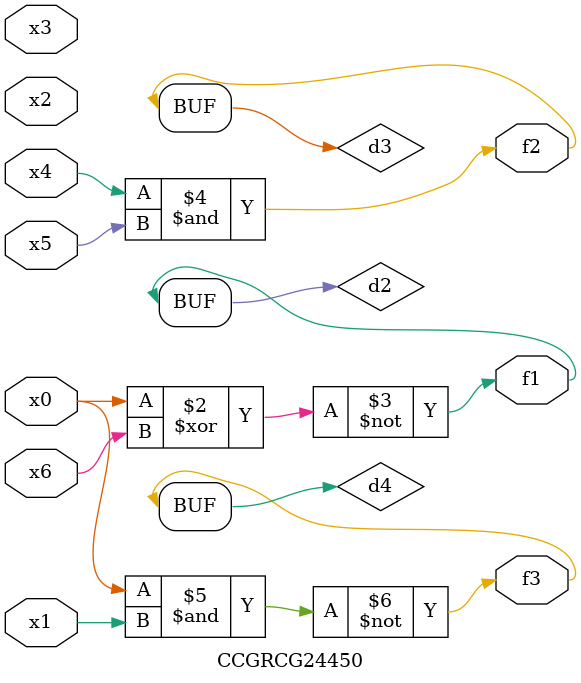
<source format=v>
module CCGRCG24450(
	input x0, x1, x2, x3, x4, x5, x6,
	output f1, f2, f3
);

	wire d1, d2, d3, d4;

	nor (d1, x0);
	xnor (d2, x0, x6);
	and (d3, x4, x5);
	nand (d4, x0, x1);
	assign f1 = d2;
	assign f2 = d3;
	assign f3 = d4;
endmodule

</source>
